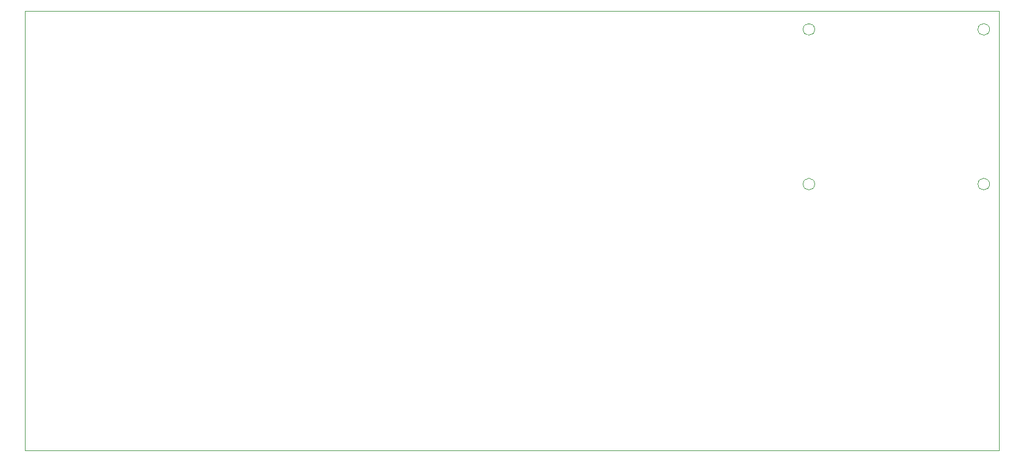
<source format=gbr>
%TF.GenerationSoftware,KiCad,Pcbnew,(7.99.0-200-gad838e3d73)*%
%TF.CreationDate,2024-03-11T18:14:05+07:00*%
%TF.ProjectId,WMS,574d532e-6b69-4636-9164-5f7063625858,rev?*%
%TF.SameCoordinates,Original*%
%TF.FileFunction,Profile,NP*%
%FSLAX46Y46*%
G04 Gerber Fmt 4.6, Leading zero omitted, Abs format (unit mm)*
G04 Created by KiCad (PCBNEW (7.99.0-200-gad838e3d73)) date 2024-03-11 18:14:05*
%MOMM*%
%LPD*%
G01*
G04 APERTURE LIST*
%TA.AperFunction,Profile*%
%ADD10C,0.100000*%
%TD*%
%TA.AperFunction,Profile*%
%ADD11C,0.050000*%
%TD*%
G04 APERTURE END LIST*
D10*
X64871600Y-51892200D02*
X207010000Y-51892200D01*
X207010000Y-51892200D02*
X207010000Y-116078000D01*
X207010000Y-116078000D02*
X64871600Y-116078000D01*
X64871600Y-116078000D02*
X64871600Y-51892200D01*
D11*
%TO.C,U1*%
X180097800Y-77147400D02*
G75*
G03*
X180097800Y-77147400I-850000J0D01*
G01*
X205597800Y-77147400D02*
G75*
G03*
X205597800Y-77147400I-850000J0D01*
G01*
X180097800Y-54547400D02*
G75*
G03*
X180097800Y-54547400I-850000J0D01*
G01*
X205597800Y-54547400D02*
G75*
G03*
X205597800Y-54547400I-850000J0D01*
G01*
%TD*%
M02*

</source>
